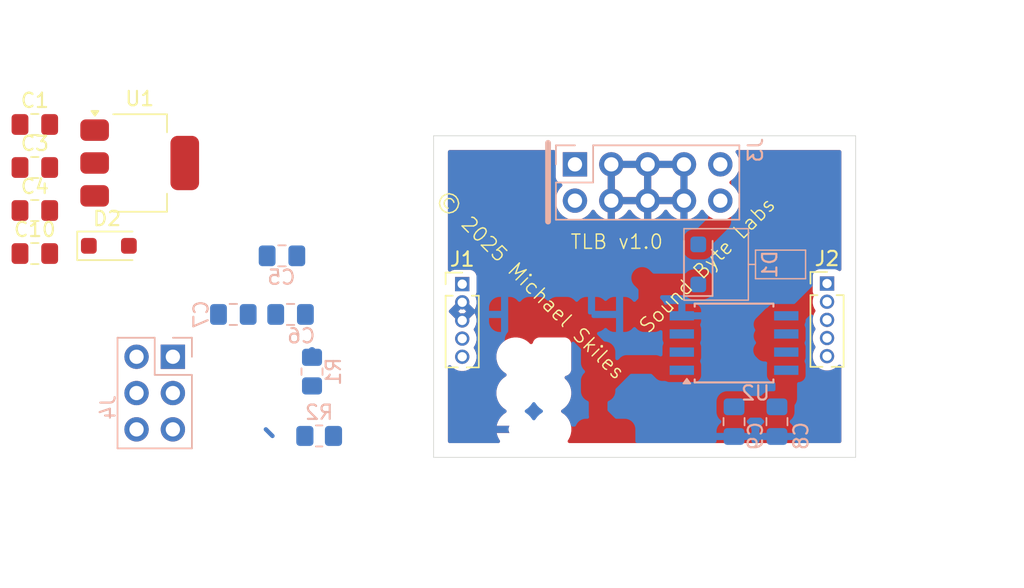
<source format=kicad_pcb>
(kicad_pcb (version 20241229) (generator "pcbnew") (generator_version "9.0")
  (layers (0 "F.Cu" signal) (2 "B.Cu" signal) (13 "F.Paste" user) (15 "B.Paste" user) (5 "F.SilkS" user "F.Silkscreen") (7 "B.SilkS" user "B.Silkscreen") (1 "F.Mask" user) (3 "B.Mask" user) (25 "Edge.Cuts" user))
  (net 0 "")
  (net 1 "GND")
  (net 2 "+5V")
  (net 3 "/ATTINY_RESET")
  (net 4 "+12V")
  (net 5 "-12V")
  (net 6 "/SPI_SCK_PB2")
  (net 7 "/PB4")
  (net 8 "/SPI_MOSI_PB0")
  (net 9 "/PB3")
  (net 10 "/SPI_MISO_PB1")
  (net 11 "/+12V_RAW")
  (net 12 "Net-(J4-Pin_5)")
  (net 13 "/-12V_RAW")
  (footprint "Package_TO_SOT_SMD:SOT-223-3_TabPin2" (layer "F.Cu") (at 79.455 51.905)
    (property "Reference" "U1" (at 0 -4.5 0) (layer "F.SilkS"))
    (property "Value" "MCP1703Ax-500xxDB")
    (fp_line (start -1.85 -3.41) (end 1.91 -3.41) (stroke (width 0.12)) (layer "F.SilkS"))
    (fp_line (start -1.85 3.41) (end 1.91 3.41) (stroke (width 0.12)) (layer "F.SilkS"))
    (fp_line (start 1.91 -3.41) (end 1.91 -2.15) (stroke (width 0.12)) (layer "F.SilkS"))
    (fp_line (start 1.91 3.41) (end 1.91 2.15) (stroke (width 0.12)) (layer "F.SilkS"))
    (fp_poly (pts (xy -3.13 -3.31) (xy -3.37 -3.64) (xy -2.89 -3.64) (xy -3.13 -3.31)) (stroke (width 0.12)) (fill yes) (layer "F.SilkS"))
    (pad "1" smd roundrect (at -3.15 -2.3) (size 2 1.5) (layers "F.Cu" "F.Mask" "F.Paste") (net 4 "+12V"))
    (pad "2" smd roundrect (at -3.15 0) (size 2 1.5) (layers "F.Cu" "F.Mask" "F.Paste") (net 1 "GND"))
    (pad "2" smd roundrect (at 3.15 0) (size 2 3.8) (layers "F.Cu" "F.Mask" "F.Paste") (net 1 "GND"))
    (pad "3" smd roundrect (at -3.15 2.3) (size 2 1.5) (layers "F.Cu" "F.Mask" "F.Paste") (net 2 "+5V"))
  )
  (footprint "Capacitor_SMD:C_0805_2012Metric_Pad1.18x1.45mm_HandSolder" (layer "F.Cu") (at 72.125 58.24)
    (property "Reference" "C10" (at 0 -1.68 0) (layer "F.SilkS"))
    (property "Value" "100nF")
    (fp_line (start -0.261252 -0.735) (end 0.261252 -0.735) (stroke (width 0.12)) (layer "F.SilkS"))
    (fp_line (start -0.261252 0.735) (end 0.261252 0.735) (stroke (width 0.12)) (layer "F.SilkS"))
    (pad "1" smd roundrect (at -1.0375 0) (size 1.175 1.45) (layers "F.Cu" "F.Mask" "F.Paste") (roundrect_rratio 0.212766) (net 1 "GND"))
    (pad "2" smd roundrect (at 1.0375 0) (size 1.175 1.45) (layers "F.Cu" "F.Mask" "F.Paste") (roundrect_rratio 0.212766) (net 13 "/-12V_RAW"))
  )
  (footprint "Connector_PinHeader_1.27mm:PinHeader_1x05_P1.27mm_Vertical" (layer "F.Cu") (at 127.5 60.34)
    (property "Reference" "J2" (at 0 -1.745 0) (layer "F.SilkS"))
    (property "Value" "Conn_01x05_Pin")
    (fp_line (start -1.16 -0.81) (end 0 -0.81) (stroke (width 0.12)) (layer "F.SilkS"))
    (fp_line (start -1.16 0) (end -1.16 -0.81) (stroke (width 0.12)) (layer "F.SilkS"))
    (fp_line (start -1.16 0.81) (end -1.16 5.825) (stroke (width 0.12)) (layer "F.SilkS"))
    (fp_line (start -1.16 0.81) (end -0.666708 0.81) (stroke (width 0.12)) (layer "F.SilkS"))
    (fp_line (start -1.16 5.825) (end -0.317923 5.825) (stroke (width 0.12)) (layer "F.SilkS"))
    (fp_line (start 0.317923 5.825) (end 1.16 5.825) (stroke (width 0.12)) (layer "F.SilkS"))
    (fp_line (start 0.666708 0.81) (end 1.16 0.81) (stroke (width 0.12)) (layer "F.SilkS"))
    (fp_line (start 1.16 0.81) (end 1.16 5.825) (stroke (width 0.12)) (layer "F.SilkS"))
    (pad "1" thru_hole rect (at 0 0) (size 1 1) (drill 0.65) (layers "*.Cu" "*.Mask") (net 8 "/SPI_MOSI_PB0"))
    (pad "2" thru_hole circle (at 0 1.27) (size 1 1) (drill 0.65) (layers "*.Cu" "*.Mask") (net 10 "/SPI_MISO_PB1"))
    (pad "3" thru_hole circle (at 0 2.54) (size 1 1) (drill 0.65) (layers "*.Cu" "*.Mask") (net 6 "/SPI_SCK_PB2"))
    (pad "4" thru_hole circle (at 0 3.81) (size 1 1) (drill 0.65) (layers "*.Cu" "*.Mask") (net 7 "/PB4"))
    (pad "5" thru_hole circle (at 0 5.08) (size 1 1) (drill 0.65) (layers "*.Cu" "*.Mask") (net 9 "/PB3"))
  )
  (footprint "Connector_PinHeader_1.27mm:PinHeader_1x05_P1.27mm_Vertical" (layer "F.Cu") (at 102 60.38)
    (property "Reference" "J1" (at 0 -1.745 0) (layer "F.SilkS"))
    (property "Value" "Conn_01x05_Pin")
    (fp_line (start -1.16 -0.81) (end 0 -0.81) (stroke (width 0.12)) (layer "F.SilkS"))
    (fp_line (start -1.16 0) (end -1.16 -0.81) (stroke (width 0.12)) (layer "F.SilkS"))
    (fp_line (start -1.16 0.81) (end -1.16 5.825) (stroke (width 0.12)) (layer "F.SilkS"))
    (fp_line (start -1.16 0.81) (end -0.666708 0.81) (stroke (width 0.12)) (layer "F.SilkS"))
    (fp_line (start -1.16 5.825) (end -0.317923 5.825) (stroke (width 0.12)) (layer "F.SilkS"))
    (fp_line (start 0.317923 5.825) (end 1.16 5.825) (stroke (width 0.12)) (layer "F.SilkS"))
    (fp_line (start 0.666708 0.81) (end 1.16 0.81) (stroke (width 0.12)) (layer "F.SilkS"))
    (fp_line (start 1.16 0.81) (end 1.16 5.825) (stroke (width 0.12)) (layer "F.SilkS"))
    (pad "1" thru_hole rect (at 0 0) (size 1 1) (drill 0.65) (layers "*.Cu" "*.Mask") (net 5 "-12V"))
    (pad "2" thru_hole circle (at 0 1.27) (size 1 1) (drill 0.65) (layers "*.Cu" "*.Mask") (net 1 "GND"))
    (pad "3" thru_hole circle (at 0 2.54) (size 1 1) (drill 0.65) (layers "*.Cu" "*.Mask") (net 1 "GND"))
    (pad "4" thru_hole circle (at 0 3.81) (size 1 1) (drill 0.65) (layers "*.Cu" "*.Mask") (net 2 "+5V"))
    (pad "5" thru_hole circle (at 0 5.08) (size 1 1) (drill 0.65) (layers "*.Cu" "*.Mask") (net 4 "+12V"))
  )
  (footprint "Capacitor_SMD:C_0805_2012Metric_Pad1.18x1.45mm_HandSolder" (layer "F.Cu") (at 72.125 49.21)
    (property "Reference" "C1" (at 0 -1.68 0) (layer "F.SilkS"))
    (property "Value" "10uF")
    (fp_line (start -0.261252 -0.735) (end 0.261252 -0.735) (stroke (width 0.12)) (layer "F.SilkS"))
    (fp_line (start -0.261252 0.735) (end 0.261252 0.735) (stroke (width 0.12)) (layer "F.SilkS"))
    (pad "1" smd roundrect (at -1.0375 0) (size 1.175 1.45) (layers "F.Cu" "F.Mask" "F.Paste") (roundrect_rratio 0.212766) (net 4 "+12V"))
    (pad "2" smd roundrect (at 1.0375 0) (size 1.175 1.45) (layers "F.Cu" "F.Mask" "F.Paste") (roundrect_rratio 0.212766) (net 1 "GND"))
  )
  (footprint "Diode_SMD:D_SOD-123F" (layer "F.Cu") (at 77.3 57.7)
    (property "Reference" "D2" (at -0.127 -1.905 0) (layer "F.SilkS"))
    (property "Value" "PMEG4010CEH")
    (fp_line (start -2.21 -1) (end -2.21 1) (stroke (width 0.12)) (layer "F.SilkS"))
    (fp_line (start -2.21 -1) (end 1.65 -1) (stroke (width 0.12)) (layer "F.SilkS"))
    (fp_line (start -2.21 1) (end 1.65 1) (stroke (width 0.12)) (layer "F.SilkS"))
    (pad "1" smd roundrect (at -1.4 0) (size 1.1 1.1) (layers "F.Cu" "F.Mask" "F.Paste") (roundrect_rratio 0.2272727273) (net 13 "/-12V_RAW"))
    (pad "2" smd roundrect (at 1.4 0) (size 1.1 1.1) (layers "F.Cu" "F.Mask" "F.Paste") (roundrect_rratio 0.2272727273) (net 5 "-12V"))
  )
  (footprint "Capacitor_SMD:C_0805_2012Metric_Pad1.18x1.45mm_HandSolder" (layer "F.Cu") (at 72.125 55.23)
    (property "Reference" "C4" (at 0 -1.68 0) (layer "F.SilkS"))
    (property "Value" "100nF")
    (fp_line (start -0.261252 -0.735) (end 0.261252 -0.735) (stroke (width 0.12)) (layer "F.SilkS"))
    (fp_line (start -0.261252 0.735) (end 0.261252 0.735) (stroke (width 0.12)) (layer "F.SilkS"))
    (pad "1" smd roundrect (at -1.0375 0) (size 1.175 1.45) (layers "F.Cu" "F.Mask" "F.Paste") (roundrect_rratio 0.212766) (net 11 "/+12V_RAW"))
    (pad "2" smd roundrect (at 1.0375 0) (size 1.175 1.45) (layers "F.Cu" "F.Mask" "F.Paste") (roundrect_rratio 0.212766) (net 1 "GND"))
  )
  (footprint "Capacitor_SMD:C_0805_2012Metric_Pad1.18x1.45mm_HandSolder" (layer "F.Cu") (at 72.125 52.22)
    (property "Reference" "C3" (at 0 -1.68 0) (layer "F.SilkS"))
    (property "Value" "10uF")
    (fp_line (start -0.261252 -0.735) (end 0.261252 -0.735) (stroke (width 0.12)) (layer "F.SilkS"))
    (fp_line (start -0.261252 0.735) (end 0.261252 0.735) (stroke (width 0.12)) (layer "F.SilkS"))
    (pad "1" smd roundrect (at -1.0375 0) (size 1.175 1.45) (layers "F.Cu" "F.Mask" "F.Paste") (roundrect_rratio 0.212766) (net 1 "GND"))
    (pad "2" smd roundrect (at 1.0375 0) (size 1.175 1.45) (layers "F.Cu" "F.Mask" "F.Paste") (roundrect_rratio 0.212766) (net 5 "-12V"))
  )
  (footprint "Capacitor_SMD:C_0805_2012Metric_Pad1.18x1.45mm_HandSolder" (layer "B.Cu") (at 124 70 90)
    (property "Reference" "C8" (at -1 1.68 90) (layer "B.SilkS") (effects (justify mirror)))
    (property "Value" "0.1uF")
    (fp_line (start 0.261252 -0.735) (end -0.261252 -0.735) (stroke (width 0.12)) (layer "B.SilkS"))
    (fp_line (start 0.261252 0.735) (end -0.261252 0.735) (stroke (width 0.12)) (layer "B.SilkS"))
    (pad "1" smd roundrect (at -1.0375 0 90) (size 1.175 1.45) (layers "B.Cu" "B.Mask" "B.Paste") (roundrect_rratio 0.212766) (net 1 "GND"))
    (pad "2" smd roundrect (at 1.0375 0 90) (size 1.175 1.45) (layers "B.Cu" "B.Mask" "B.Paste") (roundrect_rratio 0.212766) (net 2 "+5V"))
  )
  (footprint "Diode_SMD:D_SOD-123F" (layer "B.Cu") (at 118.5 59 90)
    (property "Reference" "D1" (at 0 5 90) (layer "B.SilkS") (effects (justify mirror)))
    (property "Value" "PMEG4010CEH")
    (fp_line (start 1.65 -1) (end -2.21 -1) (stroke (width 0.12)) (layer "B.SilkS"))
    (fp_line (start -2.21 -1) (end -2.21 1) (stroke (width 0.12)) (layer "B.SilkS"))
    (fp_line (start 1.65 1) (end -2.21 1) (stroke (width 0.12)) (layer "B.SilkS"))
    (pad "1" smd roundrect (at -1.4 0 90) (size 1.1 1.1) (layers "B.Cu" "B.Mask" "B.Paste") (roundrect_rratio 0.2272727273) (net 4 "+12V"))
    (pad "2" smd roundrect (at 1.4 0 90) (size 1.1 1.1) (layers "B.Cu" "B.Mask" "B.Paste") (roundrect_rratio 0.2272727273) (net 11 "/+12V_RAW"))
  )
  (footprint "Package_SO:SOIC-8W_5.3x5.3mm_P1.27mm" (layer "B.Cu") (at 121 64.5)
    (property "Reference" "U2" (at 1.5 3.5 0) (layer "B.SilkS") (effects (justify mirror)))
    (property "Value" "ATtiny85V-10S")
    (fp_line (start -2.75 -2.55) (end -2.75 -2.755) (stroke (width 0.15)) (layer "B.SilkS"))
    (fp_line (start -2.75 2.55) (end -2.75 2.755) (stroke (width 0.15)) (layer "B.SilkS"))
    (fp_line (start 2.75 -2.755) (end -2.75 -2.755) (stroke (width 0.15)) (layer "B.SilkS"))
    (fp_line (start 2.75 -2.55) (end 2.75 -2.755) (stroke (width 0.15)) (layer "B.SilkS"))
    (fp_line (start 2.75 2.55) (end 2.75 2.755) (stroke (width 0.15)) (layer "B.SilkS"))
    (fp_line (start 2.75 2.755) (end -2.75 2.755) (stroke (width 0.15)) (layer "B.SilkS"))
    (fp_poly (pts (xy -3.3 2.5) (xy -3.54 2.83) (xy -3.06 2.83) (xy -3.3 2.5)) (stroke (width 0.12)) (fill yes) (layer "B.SilkS"))
    (pad "1" smd rect (at -3.65 1.905) (size 1.7 0.65) (layers "B.Cu" "B.Mask" "B.Paste") (net 3 "/ATTINY_RESET"))
    (pad "2" smd rect (at -3.65 0.635) (size 1.7 0.65) (layers "B.Cu" "B.Mask" "B.Paste") (net 9 "/PB3"))
    (pad "3" smd rect (at -3.65 -0.635) (size 1.7 0.65) (layers "B.Cu" "B.Mask" "B.Paste") (net 7 "/PB4"))
    (pad "4" smd rect (at -3.65 -1.905) (size 1.7 0.65) (layers "B.Cu" "B.Mask" "B.Paste") (net 1 "GND"))
    (pad "5" smd rect (at 3.65 -1.905) (size 1.7 0.65) (layers "B.Cu" "B.Mask" "B.Paste") (net 8 "/SPI_MOSI_PB0"))
    (pad "6" smd rect (at 3.65 -0.635) (size 1.7 0.65) (layers "B.Cu" "B.Mask" "B.Paste") (net 10 "/SPI_MISO_PB1"))
    (pad "7" smd rect (at 3.65 0.635) (size 1.7 0.65) (layers "B.Cu" "B.Mask" "B.Paste") (net 6 "/SPI_SCK_PB2"))
    (pad "8" smd rect (at 3.65 1.905) (size 1.7 0.65) (layers "B.Cu" "B.Mask" "B.Paste") (net 2 "+5V"))
  )
  (footprint "Resistor_SMD:R_0805_2012Metric_Pad1.20x1.40mm_HandSolder" (layer "B.Cu") (at 91.5 66.5 -90)
    (property "Reference" "R1" (at 0 -1.5 90) (layer "B.SilkS") (effects (justify mirror)))
    (property "Value" "10K")
    (fp_line (start 0.227064 0.735) (end -0.227064 0.735) (stroke (width 0.12)) (layer "B.SilkS"))
    (fp_line (start 0.227064 -0.735) (end -0.227064 -0.735) (stroke (width 0.12)) (layer "B.SilkS"))
    (pad "1" smd roundrect (at -1 0 270) (size 1.2 1.4) (layers "B.Cu" "B.Mask" "B.Paste") (roundrect_rratio 0.208333) (net 2 "+5V"))
    (pad "2" smd roundrect (at 1 0 270) (size 1.2 1.4) (layers "B.Cu" "B.Mask" "B.Paste") (roundrect_rratio 0.208333) (net 3 "/ATTINY_RESET"))
  )
  (footprint "Capacitor_SMD:C_0805_2012Metric_Pad1.18x1.45mm_HandSolder" (layer "B.Cu") (at 90 62.5)
    (property "Reference" "C6" (at 0.75 1.5 0) (layer "B.SilkS") (effects (justify mirror)))
    (property "Value" "100nF")
    (fp_line (start 0.261252 -0.735) (end -0.261252 -0.735) (stroke (width 0.12)) (layer "B.SilkS"))
    (fp_line (start 0.261252 0.735) (end -0.261252 0.735) (stroke (width 0.12)) (layer "B.SilkS"))
    (pad "1" smd roundrect (at -1.0375 0) (size 1.175 1.45) (layers "B.Cu" "B.Mask" "B.Paste") (roundrect_rratio 0.212766) (net 2 "+5V"))
    (pad "2" smd roundrect (at 1.0375 0) (size 1.175 1.45) (layers "B.Cu" "B.Mask" "B.Paste") (roundrect_rratio 0.212766) (net 1 "GND"))
  )
  (footprint "Capacitor_SMD:C_0805_2012Metric_Pad1.18x1.45mm_HandSolder" (layer "B.Cu") (at 86 62.5 180)
    (property "Reference" "C7" (at 2.25 0 90) (layer "B.SilkS") (effects (justify mirror)))
    (property "Value" "0.1uF")
    (fp_line (start 0.261252 0.735) (end -0.261252 0.735) (stroke (width 0.12)) (layer "B.SilkS"))
    (fp_line (start 0.261252 -0.735) (end -0.261252 -0.735) (stroke (width 0.12)) (layer "B.SilkS"))
    (pad "1" smd roundrect (at -1.0375 0 180) (size 1.175 1.45) (layers "B.Cu" "B.Mask" "B.Paste") (roundrect_rratio 0.212766) (net 2 "+5V"))
    (pad "2" smd roundrect (at 1.0375 0 180) (size 1.175 1.45) (layers "B.Cu" "B.Mask" "B.Paste") (roundrect_rratio 0.212766) (net 1 "GND"))
  )
  (footprint "Connector_PinHeader_2.54mm:PinHeader_2x03_P2.54mm_Vertical" (layer "B.Cu") (at 81.775 65.46 180)
    (property "Reference" "J4" (at 4.525 -3.54 90) (layer "B.SilkS") (effects (justify mirror)))
    (property "Value" "Conn_02x03_Odd_Even")
    (fp_line (start 3.87 1.33) (end 1.27 1.33) (stroke (width 0.12)) (layer "B.SilkS"))
    (fp_line (start 3.87 -6.41) (end 3.87 1.33) (stroke (width 0.12)) (layer "B.SilkS"))
    (fp_line (start 3.87 -6.41) (end -1.33 -6.41) (stroke (width 0.12)) (layer "B.SilkS"))
    (fp_line (start 1.27 1.33) (end 1.27 -1.27) (stroke (width 0.12)) (layer "B.SilkS"))
    (fp_line (start 1.27 -1.27) (end -1.33 -1.27) (stroke (width 0.12)) (layer "B.SilkS"))
    (fp_line (start 0 1.33) (end -1.33 1.33) (stroke (width 0.12)) (layer "B.SilkS"))
    (fp_line (start -1.33 1.33) (end -1.33 0) (stroke (width 0.12)) (layer "B.SilkS"))
    (fp_line (start -1.33 -6.41) (end -1.33 -1.27) (stroke (width 0.12)) (layer "B.SilkS"))
    (pad "1" thru_hole rect (at 0 0 180) (size 1.7 1.7) (drill 1) (layers "*.Cu" "*.Mask") (net 10 "/SPI_MISO_PB1"))
    (pad "2" thru_hole oval (at 2.54 0 180) (size 1.7 1.7) (drill 1) (layers "*.Cu" "*.Mask") (net 2 "+5V"))
    (pad "3" thru_hole oval (at 0 -2.54 180) (size 1.7 1.7) (drill 1) (layers "*.Cu" "*.Mask") (net 6 "/SPI_SCK_PB2"))
    (pad "4" thru_hole oval (at 2.54 -2.54 180) (size 1.7 1.7) (drill 1) (layers "*.Cu" "*.Mask") (net 8 "/SPI_MOSI_PB0"))
    (pad "5" thru_hole oval (at 0 -5.08 180) (size 1.7 1.7) (drill 1) (layers "*.Cu" "*.Mask") (net 12 "Net-(J4-Pin_5)"))
    (pad "6" thru_hole oval (at 2.54 -5.08 180) (size 1.7 1.7) (drill 1) (layers "*.Cu" "*.Mask") (net 1 "GND"))
  )
  (footprint "Connector_PinHeader_2.54mm:PinHeader_2x05_P2.54mm_Vertical" (layer "B.Cu") (at 109.88 52 -90)
    (property "Reference" "J3" (at -1 -12.62 90) (layer "B.SilkS") (effects (justify mirror)))
    (property "Value" "Conn_02x05_Odd_Even")
    (fp_line (start -1.33 1.33) (end -1.33 0) (stroke (width 0.12)) (layer "B.SilkS"))
    (fp_line (start 0 1.33) (end -1.33 1.33) (stroke (width 0.12)) (layer "B.SilkS"))
    (fp_line (start 1.27 1.33) (end 1.27 -1.27) (stroke (width 0.12)) (layer "B.SilkS"))
    (fp_line (start 3.87 1.33) (end 1.27 1.33) (stroke (width 0.12)) (layer "B.SilkS"))
    (fp_line (start 1.27 -1.27) (end -1.33 -1.27) (stroke (width 0.12)) (layer "B.SilkS"))
    (fp_line (start -1.33 -11.49) (end -1.33 -1.27) (stroke (width 0.12)) (layer "B.SilkS"))
    (fp_line (start 3.87 -11.49) (end 3.87 1.33) (stroke (width 0.12)) (layer "B.SilkS"))
    (fp_line (start 3.87 -11.49) (end -1.33 -11.49) (stroke (width 0.12)) (layer "B.SilkS"))
    (pad "1" thru_hole rect (at 0 0 270) (size 1.7 1.7) (drill 1) (layers "*.Cu" "*.Mask") (net 13 "/-12V_RAW"))
    (pad "2" thru_hole oval (at 2.54 0 270) (size 1.7 1.7) (drill 1) (layers "*.Cu" "*.Mask") (net 13 "/-12V_RAW"))
    (pad "3" thru_hole oval (at 0 -2.54 270) (size 1.7 1.7) (drill 1) (layers "*.Cu" "*.Mask") (net 1 "GND"))
    (pad "4" thru_hole oval (at 2.54 -2.54 270) (size 1.7 1.7) (drill 1) (layers "*.Cu" "*.Mask") (net 1 "GND"))
    (pad "5" thru_hole oval (at 0 -5.08 270) (size 1.7 1.7) (drill 1) (layers "*.Cu" "*.Mask") (net 1 "GND"))
    (pad "6" thru_hole oval (at 2.54 -5.08 270) (size 1.7 1.7) (drill 1) (layers "*.Cu" "*.Mask") (net 1 "GND"))
    (pad "7" thru_hole oval (at 0 -7.62 270) (size 1.7 1.7) (drill 1) (layers "*.Cu" "*.Mask") (net 1 "GND"))
    (pad "8" thru_hole oval (at 2.54 -7.62 270) (size 1.7 1.7) (drill 1) (layers "*.Cu" "*.Mask") (net 1 "GND"))
    (pad "9" thru_hole oval (at 0 -10.16 270) (size 1.7 1.7) (drill 1) (layers "*.Cu" "*.Mask") (net 11 "/+12V_RAW"))
    (pad "10" thru_hole oval (at 2.54 -10.16 270) (size 1.7 1.7) (drill 1) (layers "*.Cu" "*.Mask") (net 11 "/+12V_RAW"))
  )
  (footprint "Resistor_SMD:R_0805_2012Metric_Pad1.20x1.40mm_HandSolder" (layer "B.Cu") (at 92 71 180)
    (property "Reference" "R2" (at 0 1.65 0) (layer "B.SilkS") (effects (justify mirror)))
    (property "Value" "100")
    (fp_line (start 0.227064 0.735) (end -0.227064 0.735) (stroke (width 0.12)) (layer "B.SilkS"))
    (fp_line (start 0.227064 -0.735) (end -0.227064 -0.735) (stroke (width 0.12)) (layer "B.SilkS"))
    (pad "1" smd roundrect (at -1 0 180) (size 1.2 1.4) (layers "B.Cu" "B.Mask" "B.Paste") (roundrect_rratio 0.208333) (net 3 "/ATTINY_RESET"))
    (pad "2" smd roundrect (at 1 0 180) (size 1.2 1.4) (layers "B.Cu" "B.Mask" "B.Paste") (roundrect_rratio 0.208333) (net 12 "Net-(J4-Pin_5)"))
  )
  (footprint "Capacitor_SMD:C_0805_2012Metric_Pad1.18x1.45mm_HandSolder" (layer "B.Cu") (at 89.4 58.4 180)
    (property "Reference" "C5" (at 0.0375 -1.5 0) (layer "B.SilkS") (effects (justify mirror)))
    (property "Value" "100nF")
    (fp_line (start 0.261252 0.735) (end -0.261252 0.735) (stroke (width 0.12)) (layer "B.SilkS"))
    (fp_line (start 0.261252 -0.735) (end -0.261252 -0.735) (stroke (width 0.12)) (layer "B.SilkS"))
    (pad "1" smd roundrect (at -1.0375 0 180) (size 1.175 1.45) (layers "B.Cu" "B.Mask" "B.Paste") (roundrect_rratio 0.212766) (net 4 "+12V"))
    (pad "2" smd roundrect (at 1.0375 0 180) (size 1.175 1.45) (layers "B.Cu" "B.Mask" "B.Paste") (roundrect_rratio 0.212766) (net 1 "GND"))
  )
  (footprint "Capacitor_SMD:C_0805_2012Metric_Pad1.18x1.45mm_HandSolder" (layer "B.Cu") (at 121 70 90)
    (property "Reference" "C9" (at -1 1.5 90) (layer "B.SilkS") (effects (justify mirror)))
    (property "Value" "10uF")
    (fp_line (start 0.261252 -0.735) (end -0.261252 -0.735) (stroke (width 0.12)) (layer "B.SilkS"))
    (fp_line (start 0.261252 0.735) (end -0.261252 0.735) (stroke (width 0.12)) (layer "B.SilkS"))
    (pad "1" smd roundrect (at -1.0375 0 90) (size 1.175 1.45) (layers "B.Cu" "B.Mask" "B.Paste") (roundrect_rratio 0.212766) (net 1 "GND"))
    (pad "2" smd roundrect (at 1.0375 0 90) (size 1.175 1.45) (layers "B.Cu" "B.Mask" "B.Paste") (roundrect_rratio 0.212766) (net 2 "+5V"))
  )
  (gr_line (start 117.5 56.5) (end 117.5 61.5) (stroke (width 0.1)) (layer "B.SilkS"))
  (gr_line (start 122 56.5) (end 117.5 56.5) (stroke (width 0.1)) (layer "B.SilkS"))
  (gr_line (start 122.5 59) (end 122 59) (stroke (width 0.1)) (layer "B.SilkS"))
  (gr_line (start 122.5 60) (end 126 60) (stroke (width 0.1)) (layer "B.SilkS"))
  (gr_line (start 122 61.5) (end 122 56.5) (stroke (width 0.1)) (layer "B.SilkS"))
  (gr_line (start 117.5 61.5) (end 122 61.5) (stroke (width 0.1)) (layer "B.SilkS"))
  (gr_line (start 126 58) (end 122.5 58) (stroke (width 0.1)) (layer "B.SilkS"))
  (gr_line (start 108 56) (end 108 50.5) (stroke (width 0.4064)) (layer "B.SilkS"))
  (gr_line (start 126 60) (end 126 58) (stroke (width 0.1)) (layer "B.SilkS"))
  (gr_line (start 122.5 58) (end 122.5 60) (stroke (width 0.1)) (layer "B.SilkS"))
  (gr_line (start 100 50) (end 129.5 50) (stroke (width 0.05)) (layer "Edge.Cuts"))
  (gr_line (start 129.5 50) (end 129.5 72.5) (stroke (width 0.05)) (layer "Edge.Cuts"))
  (gr_line (start 129.5 72.5) (end 100 72.5) (stroke (width 0.05)) (layer "Edge.Cuts"))
  (gr_line (start 100 72.5) (end 100 50) (stroke (width 0.05)) (layer "Edge.Cuts"))
  (gr_text "TLB v1.0" (at 109.5 58 0) (layer "F.SilkS") (effects (font (size 1 1) (thickness 0.1)) (justify left bottom)))
  (gr_text "© 2025 Michael Skiles" (at 100 54.5 315) (layer "F.SilkS") (effects (font (size 1 1) (thickness 0.1)) (justify left bottom)))
  (gr_text "Sound Byte Labs" (at 115 64 45) (layer "F.SilkS") (effects (font (size 1 1) (thickness 0.1)) (justify left bottom)))
  (segment (start 117.35 62.595) (end 116.825 62.595) (width 0.3048) (layer "B.Cu") (net 1))
  (segment (start 112.04 54.92) (end 112.42 54.54) (width 0.508) (layer "B.Cu") (net 1))
  (segment (start 124 68.9625) (end 124.0375 68.9625) (width 0.508) (layer "B.Cu") (net 2))
  (segment (start 91.5 65.5) (end 91.5 65.0375) (width 0.508) (layer "B.Cu") (net 2))
  (segment (start 87.0375 62.5) (end 87.0375 62.9625) (width 0.508) (layer "B.Cu") (net 2))
  (segment (start 92 67.5) (end 91.5 67.5) (width 0.3048) (layer "B.Cu") (net 3))
  (segment (start 117.35 66.405) (end 117.255 66.5) (width 0.3048) (layer "B.Cu") (net 3))
  (segment (start 124.65 62.595) (end 125.33 62.595) (width 0.3048) (layer "B.Cu") (net 8))
  (segment (start 124.515 64) (end 124.65 63.865) (width 0.254) (layer "B.Cu") (net 10))
  (segment (start 118.5 57.6) (end 118.5 57.5) (width 0.508) (layer "B.Cu") (net 11))
  (segment (start 88.735 71) (end 88.275 70.54) (width 0.3048) (layer "B.Cu") (net 12))
  (zone (net 1) (net_name "GND") (layer "F.Cu") (name "GND_FILL_TOP") (connect_pads (clearance 0.5)) (min_thickness 0.25) (fill yes (thermal_gap 0.5) (thermal_bridge_width 0.5))
    (polygon (pts (xy 128.5 51) (xy 101 51) (xy 101 71.5) (xy 128.5 71.5)))
  )
  (zone (net 1) (net_name "GND") (layer "B.Cu") (name "GND_FILL_BOT") (priority 1) (connect_pads (clearance 0.5)) (min_thickness 0.25) (fill yes (thermal_gap 0.5) (thermal_bridge_width 0.5))
    (polygon (pts (xy 101 51) (xy 101 71.5) (xy 128.5 71.5) (xy 128.5 51)))
  )
)
</source>
